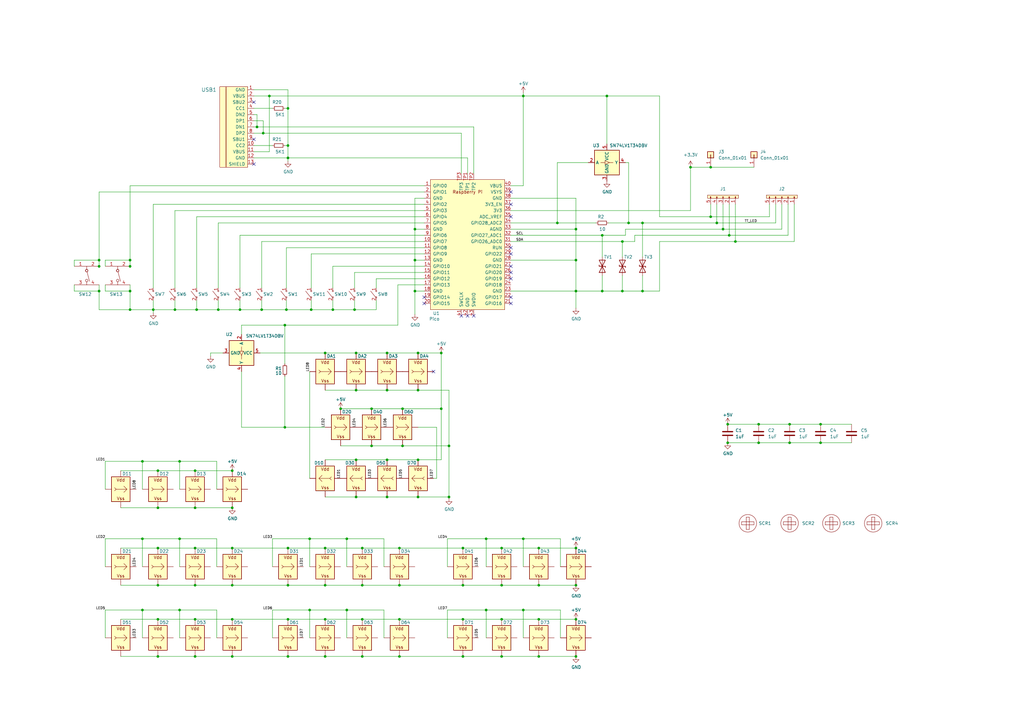
<source format=kicad_sch>
(kicad_sch (version 20230121) (generator eeschema)
  (paper "A3")
  (junction (at 220.98 240.03))
  (junction (at 127.635 127))
  (junction (at 236.22 240.03))
  (junction (at 163.83 269.24))
  (junction (at 107.95 54.61))
  (junction (at 299.085 96.52))
  (junction (at 214.63 39.37))
  (junction (at 247.015 119.38))
  (junction (at 205.74 240.03))
  (junction (at 133.35 224.79))
  (junction (at 189.865 240.03))
  (junction (at 98.425 127))
  (junction (at 184.15 203.835))
  (junction (at 146.05 160.02))
  (junction (at 205.74 269.24))
  (junction (at 148.59 269.24))
  (junction (at 58.42 220.98))
  (junction (at 118.11 240.03))
  (junction (at 53.34 119.38))
  (junction (at 40.64 106.68))
  (junction (at 80.01 269.24))
  (junction (at 64.77 254))
  (junction (at 146.05 203.835))
  (junction (at 171.45 203.835))
  (junction (at 247.015 96.52))
  (junction (at 158.75 188.595))
  (junction (at 323.85 173.99))
  (junction (at 283.21 68.58))
  (junction (at 64.77 240.03))
  (junction (at 71.755 127))
  (junction (at 298.45 181.61))
  (junction (at 163.83 254))
  (junction (at 158.75 144.78))
  (junction (at 180.975 144.78))
  (junction (at 107.315 127))
  (junction (at 80.01 224.79))
  (junction (at 139.7 167.64))
  (junction (at 323.85 181.61))
  (junction (at 199.39 220.98))
  (junction (at 171.45 188.595))
  (junction (at 158.75 160.02))
  (junction (at 95.25 224.79))
  (junction (at 148.59 254))
  (junction (at 152.4 167.64))
  (junction (at 62.865 127))
  (junction (at 116.84 175.26))
  (junction (at 170.18 119.38))
  (junction (at 133.35 240.03))
  (junction (at 110.49 39.37))
  (junction (at 142.24 250.19))
  (junction (at 117.475 127))
  (junction (at 58.42 189.23))
  (junction (at 248.92 39.37))
  (junction (at 163.83 240.03))
  (junction (at 118.11 64.77))
  (junction (at 296.545 93.98))
  (junction (at 255.27 119.38))
  (junction (at 53.34 127))
  (junction (at 255.27 99.06))
  (junction (at 236.22 269.24))
  (junction (at 133.35 254))
  (junction (at 148.59 240.03))
  (junction (at 145.415 127))
  (junction (at 298.45 173.99))
  (junction (at 80.01 240.03))
  (junction (at 189.865 269.24))
  (junction (at 127 250.19))
  (junction (at 80.01 254))
  (junction (at 73.66 220.98))
  (junction (at 118.11 254))
  (junction (at 64.77 208.28))
  (junction (at 294.005 91.44))
  (junction (at 95.25 208.28))
  (junction (at 301.625 99.06))
  (junction (at 73.66 250.19))
  (junction (at 311.15 173.99))
  (junction (at 95.25 193.04))
  (junction (at 116.84 133.35))
  (junction (at 236.22 254))
  (junction (at 89.535 127))
  (junction (at 189.865 254))
  (junction (at 199.39 250.19))
  (junction (at 257.81 91.44))
  (junction (at 133.35 269.24))
  (junction (at 95.25 240.03))
  (junction (at 220.98 254))
  (junction (at 205.74 224.79))
  (junction (at 80.645 127))
  (junction (at 165.1 182.88))
  (junction (at 152.4 182.88))
  (junction (at 189.865 224.79))
  (junction (at 336.55 173.99))
  (junction (at 263.525 119.38))
  (junction (at 142.24 220.98))
  (junction (at 148.59 224.79))
  (junction (at 118.11 59.69))
  (junction (at 170.18 106.68))
  (junction (at 95.25 269.24))
  (junction (at 80.01 208.28))
  (junction (at 163.83 224.79))
  (junction (at 291.465 68.58))
  (junction (at 53.34 109.22))
  (junction (at 64.77 193.04))
  (junction (at 40.64 109.22))
  (junction (at 118.11 44.45))
  (junction (at 205.74 254))
  (junction (at 136.525 127))
  (junction (at 165.1 167.64))
  (junction (at 158.75 203.835))
  (junction (at 146.05 188.595))
  (junction (at 73.66 189.23))
  (junction (at 80.01 193.04))
  (junction (at 40.64 119.38))
  (junction (at 180.975 167.64))
  (junction (at 311.15 181.61))
  (junction (at 170.18 93.98))
  (junction (at 133.35 144.78))
  (junction (at 336.55 181.61))
  (junction (at 214.63 220.98))
  (junction (at 146.05 144.78))
  (junction (at 214.63 250.19))
  (junction (at 58.42 250.19))
  (junction (at 291.465 88.9))
  (junction (at 220.98 269.24))
  (junction (at 64.77 224.79))
  (junction (at 118.11 269.24))
  (junction (at 228.6 91.44))
  (junction (at 171.45 144.78))
  (junction (at 53.34 106.68))
  (junction (at 263.525 91.44))
  (junction (at 236.22 106.68))
  (junction (at 220.98 224.79))
  (junction (at 236.22 93.98))
  (junction (at 127 220.98))
  (junction (at 64.77 269.24))
  (junction (at 184.15 182.88))
  (junction (at 105.41 52.07))
  (junction (at 95.25 254))
  (junction (at 171.45 160.02))
  (junction (at 236.22 224.79))
  (junction (at 236.22 119.38))
  (junction (at 118.11 224.79))
  (no_connect (at 173.99 121.92))
  (no_connect (at 194.31 129.54))
  (no_connect (at 104.14 67.31))
  (no_connect (at 104.14 41.91))
  (no_connect (at 104.14 57.15))
  (no_connect (at 209.55 101.6))
  (no_connect (at 209.55 104.14))
  (no_connect (at 209.55 109.22))
  (no_connect (at 209.55 111.76))
  (no_connect (at 209.55 114.3))
  (no_connect (at 209.55 78.74))
  (no_connect (at 209.55 83.82))
  (no_connect (at 209.55 88.9))
  (no_connect (at 177.8 152.4))
  (no_connect (at 191.77 129.54))
  (no_connect (at 189.23 129.54))
  (no_connect (at 173.99 124.46))
  (no_connect (at 209.55 121.92))
  (no_connect (at 209.55 124.46))
  (wire (pts (xy 257.81 91.44) (xy 263.525 91.44)))
  (wire (pts (xy 336.55 173.99) (xy 349.25 173.99)))
  (wire (pts (xy 118.11 36.83) (xy 118.11 44.45)))
  (wire (pts (xy 80.01 193.04) (xy 95.25 193.04)))
  (wire (pts (xy 118.11 224.79) (xy 133.35 224.79)))
  (wire (pts (xy 98.425 127) (xy 89.535 127)))
  (wire (pts (xy 170.18 81.28) (xy 170.18 93.98)))
  (wire (pts (xy 99.06 133.35) (xy 99.06 137.16)))
  (wire (pts (xy 336.55 181.61) (xy 349.25 181.61)))
  (wire (pts (xy 95.25 269.24) (xy 118.11 269.24)))
  (wire (pts (xy 146.05 144.78) (xy 158.75 144.78)))
  (wire (pts (xy 133.35 160.02) (xy 146.05 160.02)))
  (wire (pts (xy 142.24 220.98) (xy 142.24 232.41)))
  (wire (pts (xy 142.24 250.19) (xy 142.24 261.62)))
  (wire (pts (xy 263.525 91.44) (xy 294.005 91.44)))
  (wire (pts (xy 209.55 119.38) (xy 236.22 119.38)))
  (wire (pts (xy 173.99 91.44) (xy 89.535 91.44)))
  (wire (pts (xy 116.84 133.35) (xy 163.195 133.35)))
  (wire (pts (xy 189.865 224.79) (xy 205.74 224.79)))
  (wire (pts (xy 98.425 123.19) (xy 98.425 127)))
  (wire (pts (xy 107.315 123.19) (xy 107.315 127)))
  (wire (pts (xy 180.975 144.78) (xy 180.975 167.64)))
  (wire (pts (xy 142.24 250.19) (xy 157.48 250.19)))
  (wire (pts (xy 53.34 119.38) (xy 53.34 127)))
  (wire (pts (xy 104.14 52.07) (xy 105.41 52.07)))
  (wire (pts (xy 247.015 96.52) (xy 256.54 96.52)))
  (wire (pts (xy 95.25 224.79) (xy 118.11 224.79)))
  (wire (pts (xy 127 220.98) (xy 127 232.41)))
  (wire (pts (xy 110.49 62.23) (xy 110.49 39.37)))
  (wire (pts (xy 49.53 269.24) (xy 64.77 269.24)))
  (wire (pts (xy 260.35 96.52) (xy 260.35 99.06)))
  (wire (pts (xy 236.22 81.28) (xy 236.22 93.98)))
  (wire (pts (xy 58.42 189.23) (xy 58.42 200.66)))
  (wire (pts (xy 283.21 86.36) (xy 283.21 68.58)))
  (wire (pts (xy 179.07 175.26) (xy 179.07 196.215)))
  (wire (pts (xy 111.76 250.19) (xy 111.76 261.62)))
  (wire (pts (xy 80.01 269.24) (xy 95.25 269.24)))
  (wire (pts (xy 127 250.19) (xy 127 261.62)))
  (wire (pts (xy 73.66 250.19) (xy 73.66 261.62)))
  (wire (pts (xy 180.975 167.64) (xy 180.975 188.595)))
  (wire (pts (xy 40.64 78.74) (xy 40.64 106.68)))
  (wire (pts (xy 220.98 254) (xy 236.22 254)))
  (wire (pts (xy 117.475 123.19) (xy 117.475 127)))
  (wire (pts (xy 257.81 66.675) (xy 257.81 91.44)))
  (wire (pts (xy 173.99 96.52) (xy 98.425 96.52)))
  (wire (pts (xy 98.425 96.52) (xy 98.425 118.11)))
  (wire (pts (xy 30.48 106.68) (xy 40.64 106.68)))
  (wire (pts (xy 255.27 99.06) (xy 260.35 99.06)))
  (wire (pts (xy 255.27 113.03) (xy 255.27 119.38)))
  (wire (pts (xy 199.39 220.98) (xy 183.515 220.98)))
  (wire (pts (xy 58.42 250.19) (xy 73.66 250.19)))
  (wire (pts (xy 58.42 189.23) (xy 73.66 189.23)))
  (wire (pts (xy 220.98 269.24) (xy 236.22 269.24)))
  (wire (pts (xy 146.05 160.02) (xy 158.75 160.02)))
  (wire (pts (xy 49.53 254) (xy 64.77 254)))
  (wire (pts (xy 58.42 220.98) (xy 58.42 232.41)))
  (wire (pts (xy 189.23 54.61) (xy 107.95 54.61)))
  (wire (pts (xy 80.01 254) (xy 95.25 254)))
  (wire (pts (xy 171.45 203.835) (xy 184.15 203.835)))
  (wire (pts (xy 80.01 208.28) (xy 95.25 208.28)))
  (wire (pts (xy 163.83 254) (xy 189.865 254)))
  (wire (pts (xy 173.99 99.06) (xy 107.315 99.06)))
  (wire (pts (xy 291.465 88.9) (xy 270.51 88.9)))
  (wire (pts (xy 263.525 113.03) (xy 263.525 119.38)))
  (wire (pts (xy 255.27 99.06) (xy 255.27 105.41)))
  (wire (pts (xy 228.6 66.675) (xy 241.3 66.675)))
  (wire (pts (xy 189.865 254) (xy 205.74 254)))
  (wire (pts (xy 80.01 224.79) (xy 95.25 224.79)))
  (wire (pts (xy 209.55 91.44) (xy 228.6 91.44)))
  (wire (pts (xy 127 250.19) (xy 111.76 250.19)))
  (wire (pts (xy 325.755 99.06) (xy 325.755 83.82)))
  (wire (pts (xy 318.135 91.44) (xy 294.005 91.44)))
  (wire (pts (xy 171.45 160.02) (xy 184.15 160.02)))
  (wire (pts (xy 189.865 269.24) (xy 205.74 269.24)))
  (wire (pts (xy 73.66 250.19) (xy 88.9 250.19)))
  (wire (pts (xy 49.53 208.28) (xy 64.77 208.28)))
  (wire (pts (xy 255.27 119.38) (xy 263.525 119.38)))
  (wire (pts (xy 49.53 240.03) (xy 64.77 240.03)))
  (wire (pts (xy 173.99 109.22) (xy 136.525 109.22)))
  (wire (pts (xy 299.085 83.82) (xy 299.085 96.52)))
  (wire (pts (xy 170.18 93.98) (xy 170.18 106.68)))
  (wire (pts (xy 311.15 173.99) (xy 323.85 173.99)))
  (wire (pts (xy 62.865 83.82) (xy 62.865 118.11)))
  (wire (pts (xy 236.22 119.38) (xy 236.22 126.365)))
  (wire (pts (xy 173.99 78.74) (xy 40.64 78.74)))
  (wire (pts (xy 209.55 86.36) (xy 283.21 86.36)))
  (wire (pts (xy 30.48 119.38) (xy 40.64 119.38)))
  (wire (pts (xy 133.35 224.79) (xy 148.59 224.79)))
  (wire (pts (xy 158.75 203.835) (xy 171.45 203.835)))
  (wire (pts (xy 171.45 144.78) (xy 180.975 144.78)))
  (wire (pts (xy 154.305 114.3) (xy 154.305 118.11)))
  (wire (pts (xy 58.42 250.19) (xy 43.18 250.19)))
  (wire (pts (xy 62.865 123.19) (xy 62.865 127)))
  (wire (pts (xy 146.05 203.835) (xy 158.75 203.835)))
  (wire (pts (xy 205.74 269.24) (xy 220.98 269.24)))
  (wire (pts (xy 315.595 88.9) (xy 291.465 88.9)))
  (wire (pts (xy 88.9 189.23) (xy 88.9 200.66)))
  (wire (pts (xy 248.92 59.055) (xy 248.92 39.37)))
  (wire (pts (xy 157.48 220.98) (xy 157.48 232.41)))
  (wire (pts (xy 127.635 123.19) (xy 127.635 127)))
  (wire (pts (xy 163.83 224.79) (xy 189.865 224.79)))
  (wire (pts (xy 105.41 46.99) (xy 105.41 52.07)))
  (wire (pts (xy 30.48 109.22) (xy 30.48 106.68)))
  (wire (pts (xy 165.1 167.64) (xy 180.975 167.64)))
  (wire (pts (xy 73.66 220.98) (xy 73.66 232.41)))
  (wire (pts (xy 194.31 52.07) (xy 105.41 52.07)))
  (wire (pts (xy 171.45 188.595) (xy 180.975 188.595)))
  (wire (pts (xy 256.54 93.98) (xy 296.545 93.98)))
  (wire (pts (xy 71.755 127) (xy 62.865 127)))
  (wire (pts (xy 107.315 99.06) (xy 107.315 118.11)))
  (wire (pts (xy 165.1 182.88) (xy 184.15 182.88)))
  (wire (pts (xy 184.15 203.835) (xy 184.15 204.47)))
  (wire (pts (xy 199.39 250.19) (xy 199.39 261.62)))
  (wire (pts (xy 248.92 39.37) (xy 270.51 39.37)))
  (wire (pts (xy 133.35 254) (xy 148.59 254)))
  (wire (pts (xy 80.01 240.03) (xy 95.25 240.03)))
  (wire (pts (xy 323.85 181.61) (xy 336.55 181.61)))
  (wire (pts (xy 163.83 269.24) (xy 189.865 269.24)))
  (wire (pts (xy 199.39 250.19) (xy 214.63 250.19)))
  (wire (pts (xy 296.545 93.98) (xy 320.675 93.98)))
  (wire (pts (xy 220.98 240.03) (xy 236.22 240.03)))
  (wire (pts (xy 171.45 175.26) (xy 179.07 175.26)))
  (wire (pts (xy 199.39 250.19) (xy 183.515 250.19)))
  (wire (pts (xy 104.14 64.77) (xy 118.11 64.77)))
  (wire (pts (xy 107.95 49.53) (xy 107.95 54.61)))
  (wire (pts (xy 301.625 99.06) (xy 301.625 83.82)))
  (wire (pts (xy 236.22 119.38) (xy 247.015 119.38)))
  (wire (pts (xy 40.64 109.22) (xy 40.64 109.855)))
  (wire (pts (xy 315.595 83.82) (xy 315.595 88.9)))
  (wire (pts (xy 40.64 119.38) (xy 40.64 127)))
  (wire (pts (xy 194.31 71.12) (xy 194.31 52.07)))
  (wire (pts (xy 183.515 220.98) (xy 183.515 232.41)))
  (wire (pts (xy 116.84 154.305) (xy 116.84 175.26)))
  (wire (pts (xy 214.63 250.19) (xy 229.87 250.19)))
  (wire (pts (xy 58.42 220.98) (xy 73.66 220.98)))
  (wire (pts (xy 228.6 91.44) (xy 244.475 91.44)))
  (wire (pts (xy 127 220.98) (xy 142.24 220.98)))
  (wire (pts (xy 133.35 269.24) (xy 148.59 269.24)))
  (wire (pts (xy 71.755 123.19) (xy 71.755 127)))
  (wire (pts (xy 136.525 127) (xy 127.635 127)))
  (wire (pts (xy 136.525 109.22) (xy 136.525 118.11)))
  (wire (pts (xy 191.77 71.12) (xy 191.77 64.77)))
  (wire (pts (xy 173.99 88.9) (xy 80.645 88.9)))
  (wire (pts (xy 199.39 220.98) (xy 214.63 220.98)))
  (wire (pts (xy 117.475 127) (xy 107.315 127)))
  (wire (pts (xy 40.64 127) (xy 53.34 127)))
  (wire (pts (xy 173.99 83.82) (xy 62.865 83.82)))
  (wire (pts (xy 111.76 220.98) (xy 111.76 232.41)))
  (wire (pts (xy 296.545 83.82) (xy 296.545 93.98)))
  (wire (pts (xy 184.15 182.88) (xy 184.15 203.835)))
  (wire (pts (xy 199.39 220.98) (xy 199.39 232.41)))
  (wire (pts (xy 148.59 254) (xy 163.83 254)))
  (wire (pts (xy 139.7 167.64) (xy 152.4 167.64)))
  (wire (pts (xy 95.25 254) (xy 118.11 254)))
  (wire (pts (xy 205.74 254) (xy 220.98 254)))
  (wire (pts (xy 99.06 175.26) (xy 116.84 175.26)))
  (wire (pts (xy 64.77 240.03) (xy 80.01 240.03)))
  (wire (pts (xy 106.68 144.78) (xy 133.35 144.78)))
  (wire (pts (xy 220.98 224.79) (xy 236.22 224.79)))
  (wire (pts (xy 133.35 188.595) (xy 146.05 188.595)))
  (wire (pts (xy 205.74 240.03) (xy 220.98 240.03)))
  (wire (pts (xy 104.14 62.23) (xy 110.49 62.23)))
  (wire (pts (xy 260.35 96.52) (xy 299.085 96.52)))
  (wire (pts (xy 110.49 39.37) (xy 214.63 39.37)))
  (wire (pts (xy 127 250.19) (xy 142.24 250.19)))
  (wire (pts (xy 183.515 250.19) (xy 183.515 261.62)))
  (wire (pts (xy 117.475 101.6) (xy 117.475 118.11)))
  (wire (pts (xy 145.415 123.19) (xy 145.415 127)))
  (wire (pts (xy 104.14 54.61) (xy 107.95 54.61)))
  (wire (pts (xy 270.51 99.06) (xy 301.625 99.06)))
  (wire (pts (xy 291.465 83.82) (xy 291.465 88.9)))
  (wire (pts (xy 158.75 144.78) (xy 171.45 144.78)))
  (wire (pts (xy 43.18 220.98) (xy 43.18 232.41)))
  (wire (pts (xy 127 220.98) (xy 111.76 220.98)))
  (wire (pts (xy 173.99 104.14) (xy 127.635 104.14)))
  (wire (pts (xy 73.66 189.23) (xy 73.66 200.66)))
  (wire (pts (xy 158.75 160.02) (xy 171.45 160.02)))
  (wire (pts (xy 173.99 86.36) (xy 71.755 86.36)))
  (wire (pts (xy 104.14 59.69) (xy 111.76 59.69)))
  (wire (pts (xy 80.645 88.9) (xy 80.645 118.11)))
  (wire (pts (xy 30.48 116.84) (xy 30.48 119.38)))
  (wire (pts (xy 229.87 220.98) (xy 229.87 232.41)))
  (wire (pts (xy 64.77 254) (xy 80.01 254)))
  (wire (pts (xy 214.63 220.98) (xy 229.87 220.98)))
  (wire (pts (xy 205.74 224.79) (xy 220.98 224.79)))
  (wire (pts (xy 118.11 269.24) (xy 133.35 269.24)))
  (wire (pts (xy 148.59 240.03) (xy 163.83 240.03)))
  (wire (pts (xy 189.23 71.12) (xy 189.23 54.61)))
  (wire (pts (xy 170.18 106.68) (xy 170.18 119.38)))
  (wire (pts (xy 104.14 44.45) (xy 111.76 44.45)))
  (wire (pts (xy 256.54 96.52) (xy 256.54 93.98)))
  (wire (pts (xy 179.07 196.215) (xy 177.8 196.215)))
  (wire (pts (xy 49.53 193.04) (xy 64.77 193.04)))
  (wire (pts (xy 118.11 59.69) (xy 116.84 59.69)))
  (wire (pts (xy 62.865 127) (xy 62.865 128.27)))
  (wire (pts (xy 191.77 64.77) (xy 118.11 64.77)))
  (wire (pts (xy 53.34 119.38) (xy 53.34 116.84)))
  (wire (pts (xy 184.15 160.02) (xy 184.15 182.88)))
  (wire (pts (xy 89.535 127) (xy 80.645 127)))
  (wire (pts (xy 148.59 224.79) (xy 163.83 224.79)))
  (wire (pts (xy 116.84 175.26) (xy 133.35 175.26)))
  (wire (pts (xy 104.14 36.83) (xy 118.11 36.83)))
  (wire (pts (xy 104.14 39.37) (xy 110.49 39.37)))
  (wire (pts (xy 323.85 173.99) (xy 336.55 173.99)))
  (wire (pts (xy 43.18 116.84) (xy 43.18 119.38)))
  (wire (pts (xy 173.99 111.76) (xy 145.415 111.76)))
  (wire (pts (xy 133.35 240.03) (xy 148.59 240.03)))
  (wire (pts (xy 127 152.4) (xy 127 196.215)))
  (wire (pts (xy 40.64 106.68) (xy 40.64 109.22)))
  (wire (pts (xy 107.315 127) (xy 98.425 127)))
  (wire (pts (xy 43.18 119.38) (xy 53.34 119.38)))
  (wire (pts (xy 53.34 106.68) (xy 53.34 109.22)))
  (wire (pts (xy 173.99 81.28) (xy 170.18 81.28)))
  (wire (pts (xy 170.18 119.38) (xy 173.99 119.38)))
  (wire (pts (xy 320.675 93.98) (xy 320.675 83.82)))
  (wire (pts (xy 214.63 220.98) (xy 214.63 232.41)))
  (wire (pts (xy 236.22 106.68) (xy 236.22 119.38)))
  (wire (pts (xy 142.24 220.98) (xy 157.48 220.98)))
  (wire (pts (xy 270.51 99.06) (xy 270.51 119.38)))
  (wire (pts (xy 118.11 240.03) (xy 133.35 240.03)))
  (wire (pts (xy 301.625 99.06) (xy 325.755 99.06)))
  (wire (pts (xy 127.635 104.14) (xy 127.635 118.11)))
  (wire (pts (xy 88.9 220.98) (xy 88.9 232.41)))
  (wire (pts (xy 249.555 91.44) (xy 257.81 91.44)))
  (wire (pts (xy 158.75 188.595) (xy 171.45 188.595)))
  (wire (pts (xy 71.755 86.36) (xy 71.755 118.11)))
  (wire (pts (xy 247.015 113.03) (xy 247.015 119.38)))
  (wire (pts (xy 58.42 220.98) (xy 43.18 220.98)))
  (wire (pts (xy 91.44 144.78) (xy 86.36 144.78)))
  (wire (pts (xy 53.34 76.2) (xy 53.34 106.68)))
  (wire (pts (xy 247.015 96.52) (xy 247.015 105.41)))
  (wire (pts (xy 80.645 127) (xy 71.755 127)))
  (wire (pts (xy 89.535 91.44) (xy 89.535 118.11)))
  (wire (pts (xy 209.55 81.28) (xy 236.22 81.28)))
  (wire (pts (xy 154.305 127) (xy 145.415 127)))
  (wire (pts (xy 64.77 269.24) (xy 80.01 269.24)))
  (wire (pts (xy 173.99 114.3) (xy 154.305 114.3)))
  (wire (pts (xy 247.015 119.38) (xy 255.27 119.38)))
  (wire (pts (xy 323.215 96.52) (xy 323.215 83.82)))
  (wire (pts (xy 209.55 106.68) (xy 236.22 106.68)))
  (wire (pts (xy 209.55 96.52) (xy 247.015 96.52)))
  (wire (pts (xy 40.64 119.38) (xy 40.64 116.84)))
  (wire (pts (xy 118.11 44.45) (xy 118.11 59.69)))
  (wire (pts (xy 163.83 240.03) (xy 189.865 240.03)))
  (wire (pts (xy 43.18 189.23) (xy 43.18 200.66)))
  (wire (pts (xy 236.22 93.98) (xy 236.22 106.68)))
  (wire (pts (xy 43.18 109.22) (xy 43.18 106.68)))
  (wire (pts (xy 136.525 123.19) (xy 136.525 127)))
  (wire (pts (xy 118.11 64.77) (xy 118.11 66.04)))
  (wire (pts (xy 311.15 181.61) (xy 323.85 181.61)))
  (wire (pts (xy 214.63 39.37) (xy 248.92 39.37)))
  (wire (pts (xy 145.415 111.76) (xy 145.415 118.11)))
  (wire (pts (xy 173.99 101.6) (xy 117.475 101.6)))
  (wire (pts (xy 53.34 127) (xy 62.865 127)))
  (wire (pts (xy 49.53 224.79) (xy 64.77 224.79)))
  (wire (pts (xy 298.45 181.61) (xy 311.15 181.61)))
  (wire (pts (xy 53.34 109.22) (xy 53.34 109.855)))
  (wire (pts (xy 86.36 144.78) (xy 86.36 146.05)))
  (wire (pts (xy 229.87 250.19) (xy 229.87 261.62)))
  (wire (pts (xy 148.59 269.24) (xy 163.83 269.24)))
  (wire (pts (xy 209.55 93.98) (xy 236.22 93.98)))
  (wire (pts (xy 163.195 116.84) (xy 163.195 133.35)))
  (wire (pts (xy 283.21 68.58) (xy 291.465 68.58)))
  (wire (pts (xy 58.42 250.19) (xy 58.42 261.62)))
  (wire (pts (xy 270.51 39.37) (xy 270.51 88.9)))
  (wire (pts (xy 291.465 68.58) (xy 309.245 68.58)))
  (wire (pts (xy 209.55 99.06) (xy 255.27 99.06)))
  (wire (pts (xy 73.66 220.98) (xy 88.9 220.98)))
  (wire (pts (xy 270.51 119.38) (xy 263.525 119.38)))
  (wire (pts (xy 64.77 224.79) (xy 80.01 224.79)))
  (wire (pts (xy 228.6 91.44) (xy 228.6 66.675)))
  (wire (pts (xy 214.63 39.37) (xy 214.63 38.1)))
  (wire (pts (xy 299.085 96.52) (xy 323.215 96.52)))
  (wire (pts (xy 139.7 182.88) (xy 152.4 182.88)))
  (wire (pts (xy 64.77 193.04) (xy 80.01 193.04)))
  (wire (pts (xy 104.14 49.53) (xy 107.95 49.53)))
  (wire (pts (xy 118.11 59.69) (xy 118.11 64.77)))
  (wire (pts (xy 318.135 83.82) (xy 318.135 91.44)))
  (wire (pts (xy 43.18 250.19) (xy 43.18 261.62)))
  (wire (pts (xy 294.005 83.82) (xy 294.005 91.44)))
  (wire (pts (xy 73.66 189.23) (xy 88.9 189.23)))
  (wire (pts (xy 99.06 152.4) (xy 99.06 175.26)))
  (wire (pts (xy 214.63 250.19) (xy 214.63 261.62)))
  (wire (pts (xy 89.535 123.19) (xy 89.535 127)))
  (wire (pts (xy 43.18 106.68) (xy 53.34 106.68)))
  (wire (pts (xy 99.06 133.35) (xy 116.84 133.35)))
  (wire (pts (xy 173.99 116.84) (xy 163.195 116.84)))
  (wire (pts (xy 154.305 123.19) (xy 154.305 127)))
  (wire (pts (xy 256.54 66.675) (xy 257.81 66.675)))
  (wire (pts (xy 118.11 254) (xy 133.35 254)))
  (wire (pts (xy 104.14 46.99) (xy 105.41 46.99)))
  (wire (pts (xy 170.18 93.98) (xy 173.99 93.98)))
  (wire (pts (xy 133.35 144.78) (xy 146.05 144.78)))
  (wire (pts (xy 152.4 167.64) (xy 165.1 167.64)))
  (wire (pts (xy 189.865 240.03) (xy 205.74 240.03)))
  (wire (pts (xy 118.11 44.45) (xy 116.84 44.45)))
  (wire (pts (xy 209.55 76.2) (xy 214.63 76.2)))
  (wire (pts (xy 43.18 189.23) (xy 58.42 189.23)))
  (wire (pts (xy 152.4 182.88) (xy 165.1 182.88)))
  (wire (pts (xy 95.25 240.03) (xy 118.11 240.03)))
  (wire (pts (xy 173.99 76.2) (xy 53.34 76.2)))
  (wire (pts (xy 146.05 188.595) (xy 158.75 188.595)))
  (wire (pts (xy 214.63 39.37) (xy 214.63 76.2)))
  (wire (pts (xy 170.18 119.38) (xy 170.18 128.905)))
  (wire (pts (xy 127.635 127) (xy 117.475 127)))
  (wire (pts (xy 170.18 106.68) (xy 173.99 106.68)))
  (wire (pts (xy 298.45 173.99) (xy 311.15 173.99)))
  (wire (pts (xy 145.415 127) (xy 136.525 127)))
  (wire (pts (xy 133.35 203.835) (xy 146.05 203.835)))
  (wire (pts (xy 64.77 208.28) (xy 80.01 208.28)))
  (wire (pts (xy 263.525 91.44) (xy 263.525 105.41)))
  (wire (pts (xy 88.9 250.19) (xy 88.9 261.62)))
  (wire (pts (xy 116.84 133.35) (xy 116.84 149.225)))
  (wire (pts (xy 80.645 123.19) (xy 80.645 127)))
  (wire (pts (xy 157.48 250.19) (xy 157.48 261.62)))
  (label "LED6" (at 158.75 175.26 90) (effects (font (size 1 1))))
  (label "LED1" (at 139.7 196.215 90) (effects (font (size 1 1))))
  (label "LED4" (at 146.05 175.26 90) (effects (font (size 1 1))))
  (label "LED2" (at 133.35 175.26 90) (effects (font (size 1 1))))
  (label "LED7" (at 183.515 250.19 180) (effects (font (size 1 1))))
  (label "LED1" (at 124.46 232.41 90) (effects (font (size 1 1))))
  (label "LED8" (at 55.88 200.66 90) (effects (font (size 1 1))))
  (label "SCL" (at 214.63 96.52 180) (effects (font (size 1 1))))
  (label "LED2" (at 43.18 220.98 180) (effects (font (size 1 1))))
  (label "LED8" (at 127 152.4 90) (effects (font (size 1 1))))
  (label "LED3" (at 55.88 261.62 90) (effects (font (size 1 1))))
  (label "LED7" (at 177.8 196.215 90) (effects (font (size 1 1))))
  (label "LED6" (at 111.76 250.19 180) (effects (font (size 1 1))))
  (label "LED6" (at 196.215 232.41 90) (effects (font (size 1 1))))
  (label "SDA" (at 214.63 99.06 180) (effects (font (size 1 1))))
  (label "LED3" (at 111.76 220.98 180) (effects (font (size 1 1))))
  (label "LED4" (at 183.515 220.98 180) (effects (font (size 1 1))))
  (label "TT_LED" (at 310.515 91.44 180) (effects (font (size 1 1))))
  (label "LED3" (at 152.4 196.215 90) (effects (font (size 1 1))))
  (label "LED7" (at 124.46 261.62 90) (effects (font (size 1 1))))
  (label "LED5" (at 43.18 250.19 180) (effects (font (size 1 1))))
  (label "LED5" (at 165.1 196.215 90) (effects (font (size 1 1))))
  (label "LED5" (at 196.215 261.62 90) (effects (font (size 1 1))))
  (label "LED4" (at 55.88 232.41 90) (effects (font (size 1 1))))
  (label "LED1" (at 43.18 189.23 180) (effects (font (size 1 1))))
  (symbol (lib_id "MCU_RaspberryPi_and_Boards:Pico") (at 191.77 100.33 0) (unit 1)
    (property "Reference" "U1" (at 180.34 128.4986 0) (effects (justify right)))
    (property "Value" "Pico" (at 180.34 130.81 0) (effects (justify right)))
    (property "Footprint" "MCU_RaspberryPi_and_Boards:RPi_Pico_SMD" (effects hide))
  )
  (symbol (lib_id "Type-C:HRO-TYPE-C-31-M-12") (at 101.6 50.8 0) (unit 1)
    (property "Reference" "USB1" (at 82.55 36.83 0) (effects (font (size 1.524 1.524)) (justify left)))
    (property "Value" "U262-161N-4BVC11" (effects hide))
    (property "Footprint" "Type-C:HRO-TYPE-C-31-M-12-Assembly" (effects hide))
    (property "LCSC" "C319148" (effects hide))
  )
  (symbol (lib_id "power:GND") (at 118.11 66.04 0) (unit 1)
    (property "Reference" "#PWR0112" (effects hide))
    (property "Value" "GND" (at 118.237 70.4342 0))
  )
  (symbol (lib_id "power:+5V") (at 214.63 38.1 0) (unit 1)
    (property "Reference" "#PWR0114" (effects hide))
    (property "Value" "+5V" (at 214.63 34.29 0))
  )
  (symbol (lib_id "Device:R_Small") (at 114.3 59.69 90) (unit 1)
    (property "Reference" "R21" (at 115.57 57.15 90) (effects (justify left)))
    (property "Value" "5K1" (at 116.84 62.23 90) (effects (justify left)))
    (property "Footprint" "Resistor_SMD:R_0603_1608Metric" (effects hide))
    (property "LCSC" "C23186" (effects hide))
  )
  (symbol (lib_id "Device:R_Small") (at 114.3 44.45 90) (unit 1)
    (property "Reference" "R20" (at 115.57 41.91 90) (effects (justify left)))
    (property "Value" "5K1" (at 116.84 46.99 90) (effects (justify left)))
    (property "Footprint" "Resistor_SMD:R_0603_1608Metric" (effects hide))
    (property "LCSC" "C23186" (effects hide))
  )
  (symbol (lib_id "Device:R_Small") (at 116.84 151.765 180) (unit 1)
    (property "Reference" "R1" (at 115.57 151.13 0) (effects (justify left)))
    (property "Value" "10" (at 115.57 153.035 0) (effects (justify left)))
    (property "Footprint" "Resistor_SMD:R_0603_1608Metric" (effects hide))
    (property "LCSC" "C23186" (effects hide))
  )
  (symbol (lib_id "power:GND") (at 86.36 146.05 0) (unit 1)
    (property "Reference" "#PWR0118" (effects hide))
    (property "Value" "GND" (at 86.487 150.4442 0))
  )
  (symbol (lib_name "WS2812B_Unified_10") (lib_id "iidx_pico:WS2812B_Unified") (at 189.865 261.62 0) (unit 1)
    (property "Reference" "D71" (at 192.405 255.27 0))
    (property "Value" "WS2812B_Unified" (effects hide))
    (property "Footprint" "iidx_pico:WS2812B-1615" (effects hide))
  )
  (symbol (lib_name "WS2812B_Unified_6") (lib_id "iidx_pico:WS2812B_Unified") (at 80.01 261.62 0) (unit 1)
    (property "Reference" "D53" (at 82.55 255.27 0))
    (property "Value" "WS2812B_Unified" (effects hide))
    (property "Footprint" "iidx_pico:WS2812B-1615" (effects hide))
  )
  (symbol (lib_name "WS2812B_Unified_6") (lib_id "iidx_pico:WS2812B_Unified") (at 236.22 261.62 0) (unit 1)
    (property "Reference" "D74" (at 238.76 255.27 0))
    (property "Value" "WS2812B_Unified" (effects hide))
    (property "Footprint" "iidx_pico:WS2812B-1615" (effects hide))
  )
  (symbol (lib_id "Connector_Generic:Conn_01x01") (at 291.465 63.5 90) (unit 1)
    (property "Reference" "J3" (at 294.64 62.23 90) (effects (justify right)))
    (property "Value" "Conn_01x01" (at 294.64 64.77 90) (effects (justify right)))
    (property "Footprint" "iidx_pico:Solder_1P" (effects hide))
  )
  (symbol (lib_name "WS2812B_Unified_6") (lib_id "iidx_pico:WS2812B_Unified") (at 189.865 232.41 0) (unit 1)
    (property "Reference" "D41" (at 192.405 226.06 0))
    (property "Value" "WS2812B_Unified" (effects hide))
    (property "Footprint" "iidx_pico:WS2812B-1615" (effects hide))
  )
  (symbol (lib_name "WS2812B_Unified_6") (lib_id "iidx_pico:WS2812B_Unified") (at 205.74 261.62 0) (unit 1)
    (property "Reference" "D72" (at 208.28 255.27 0))
    (property "Value" "WS2812B_Unified" (effects hide))
    (property "Footprint" "iidx_pico:WS2812B-1615" (effects hide))
  )
  (symbol (lib_id "iidx_pico:Tact_4pin") (at 35.56 113.03 0) (unit 1)
    (property "Reference" "SW12" (at 34.925 120.65 0))
    (property "Value" "Tact_4pin" (effects hide))
    (property "Footprint" "iidx_pico:EVQP1K05M" (effects hide))
    (property "LCSC" "C231726" (effects hide))
  )
  (symbol (lib_name "WS2812B_Unified_6") (lib_id "iidx_pico:WS2812B_Unified") (at 64.77 200.66 0) (unit 1)
    (property "Reference" "D12" (at 67.31 194.31 0))
    (property "Value" "WS2812B_Unified" (effects hide))
    (property "Footprint" "iidx_pico:WS2812B-1615" (effects hide))
  )
  (symbol (lib_id "agg:SWITCH_SPST") (at 107.315 120.65 90) (unit 1)
    (property "Reference" "SW2" (at 107.95 120.65 90) (effects (justify right)))
    (property "Value" "SWITCH_SPST" (effects hide))
    (property "Footprint" "iidx_pico:SW_Kailh_Choc_V1V2_IIDX" (effects hide))
  )
  (symbol (lib_id "Device:C") (at 298.45 177.8 0) (unit 1)
    (property "Reference" "C1" (at 301.625 176.5299 0) (effects (justify left)))
    (property "Value" "1uF" (at 301.625 179.0699 0) (effects (justify left)))
    (property "Footprint" "Capacitor_SMD:C_0805_2012Metric" (effects hide))
  )
  (symbol (lib_id "Device:C") (at 336.55 177.8 0) (unit 1)
    (property "Reference" "C4" (at 340.36 176.5299 0) (effects (justify left)))
    (property "Value" "1uF" (at 340.36 179.0699 0) (effects (justify left)))
    (property "Footprint" "Capacitor_SMD:C_0805_2012Metric" (effects hide))
  )
  (symbol (lib_name "WS2812B_Unified_7") (lib_id "iidx_pico:WS2812B_Unified") (at 146.05 152.4 0) (unit 1)
    (property "Reference" "DA2" (at 148.59 146.05 0))
    (property "Value" "WS2812B_Unified" (effects hide))
    (property "Footprint" "iidx_pico:WS2812B-2835" (effects hide))
  )
  (symbol (lib_name "WS2812B_Unified_3") (lib_id "iidx_pico:WS2812B_Unified") (at 139.7 175.26 0) (unit 1)
    (property "Reference" "D20" (at 142.24 168.91 0))
    (property "Value" "WS2812B_Unified" (effects hide))
    (property "Footprint" "iidx_pico:WS2812B-2835" (effects hide))
  )
  (symbol (lib_name "WS2812B_Unified_8") (lib_id "iidx_pico:WS2812B_Unified") (at 133.35 152.4 0) (unit 1)
    (property "Reference" "DA1" (at 135.89 146.05 0))
    (property "Value" "WS2812B_Unified" (effects hide))
    (property "Footprint" "iidx_pico:WS2812B-2835" (effects hide))
  )
  (symbol (lib_id "power:+5V") (at 298.45 173.99 0) (unit 1)
    (property "Reference" "#PWR0113" (effects hide))
    (property "Value" "+5V" (at 298.45 170.18 0))
  )
  (symbol (lib_id "power:GND") (at 298.45 181.61 0) (unit 1)
    (property "Reference" "#PWR0116" (effects hide))
    (property "Value" "GND" (at 298.577 186.0042 0))
  )
  (symbol (lib_name "WS2812B_Unified_6") (lib_id "iidx_pico:WS2812B_Unified") (at 163.83 232.41 0) (unit 1)
    (property "Reference" "D34" (at 166.37 226.06 0))
    (property "Value" "WS2812B_Unified" (effects hide))
    (property "Footprint" "iidx_pico:WS2812B-1615" (effects hide))
  )
  (symbol (lib_id "power:GND") (at 236.22 126.365 0) (unit 1)
    (property "Reference" "#PWR0103" (effects hide))
    (property "Value" "GND" (at 236.347 130.7592 0))
  )
  (symbol (lib_name "WS2812B_Unified_6") (lib_id "iidx_pico:WS2812B_Unified") (at 133.35 196.215 0) (mirror y) (unit 1)
    (property "Reference" "D10" (at 130.81 189.865 0))
    (property "Value" "WS2812B_Unified" (effects hide))
    (property "Footprint" "iidx_pico:WS2812B-2835" (effects hide))
  )
  (symbol (lib_id "agg:CONN_01x05") (at 325.755 81.28 270) (unit 1)
    (property "Reference" "J2" (at 320.675 77.47 90))
    (property "Value" "CONN_01x05" (effects hide))
    (property "Footprint" "iidx_pico:Pogo_5P_Female" (effects hide))
  )
  (symbol (lib_id "Device:C") (at 323.85 177.8 0) (unit 1)
    (property "Reference" "C3" (at 327.66 176.5299 0) (effects (justify left)))
    (property "Value" "1uF" (at 327.66 179.0699 0) (effects (justify left)))
    (property "Footprint" "Capacitor_SMD:C_0805_2012Metric" (effects hide))
  )
  (symbol (lib_id "power:+5V") (at 139.7 167.64 0) (unit 1)
    (property "Reference" "#PWR0115" (effects hide))
    (property "Value" "+5V" (at 139.7 163.83 0))
  )
  (symbol (lib_id "power:+5V") (at 236.22 254 0) (unit 1)
    (property "Reference" "#PWR0107" (effects hide))
    (property "Value" "+5V" (at 236.22 250.19 0))
  )
  (symbol (lib_id "iidx_pico:ScrewHole") (at 323.85 214.63 0) (unit 1)
    (property "Reference" "SCR2" (at 328.93 214.6299 0) (effects (justify left)))
    (property "Value" "ScrewHole" (effects hide))
    (property "Footprint" "iidx_pico:MountingHole_3.2mm_M3" (effects hide))
  )
  (symbol (lib_id "Logic_LevelTranslator:SN74LV1T34DBV") (at 248.92 66.675 0) (unit 1)
    (property "Reference" "U3" (at 244.475 59.69 0))
    (property "Value" "SN74LV1T34DBV" (at 257.81 59.69 0))
    (property "Footprint" "iidx_pico:SOT-23-5_Jumper" (effects hide))
    (property "Datasheet" "https://www.ti.com/lit/ds/symlink/sn74lv1t34.pdf" (effects hide))
  )
  (symbol (lib_name "WS2812B_Unified_6") (lib_id "iidx_pico:WS2812B_Unified") (at 236.22 232.41 0) (unit 1)
    (property "Reference" "D44" (at 238.76 226.06 0))
    (property "Value" "WS2812B_Unified" (effects hide))
    (property "Footprint" "iidx_pico:WS2812B-1615" (effects hide))
  )
  (symbol (lib_id "Device:D_TVS") (at 255.27 109.22 90) (unit 1)
    (property "Reference" "TV2" (at 255.905 105.41 90) (effects (justify right)))
    (property "Value" "D_TVS" (effects hide))
    (property "Footprint" "Diode_SMD:D_SOD-323_HandSoldering" (effects hide))
  )
  (symbol (lib_name "WS2812B_Unified_6") (lib_id "iidx_pico:WS2812B_Unified") (at 148.59 261.62 0) (unit 1)
    (property "Reference" "D63" (at 151.13 255.27 0))
    (property "Value" "WS2812B_Unified" (effects hide))
    (property "Footprint" "iidx_pico:WS2812B-1615" (effects hide))
  )
  (symbol (lib_id "agg:SWITCH_SPST") (at 80.645 120.65 90) (unit 1)
    (property "Reference" "SW5" (at 81.28 120.65 90) (effects (justify right)))
    (property "Value" "SWITCH_SPST" (effects hide))
    (property "Footprint" "iidx_pico:SW_Kailh_Choc_V1V2_IIDX" (effects hide))
  )
  (symbol (lib_name "WS2812B_Unified_6") (lib_id "iidx_pico:WS2812B_Unified") (at 64.77 261.62 0) (unit 1)
    (property "Reference" "D52" (at 67.31 255.27 0))
    (property "Value" "WS2812B_Unified" (effects hide))
    (property "Footprint" "iidx_pico:WS2812B-1615" (effects hide))
  )
  (symbol (lib_id "iidx_pico:WS2812B_Unified") (at 158.75 152.4 0) (unit 1)
    (property "Reference" "DA3" (at 161.29 146.05 0))
    (property "Value" "WS2812B_Unified" (effects hide))
    (property "Footprint" "iidx_pico:WS2812B-2835" (effects hide))
  )
  (symbol (lib_id "power:GND") (at 236.22 240.03 0) (unit 1)
    (property "Reference" "#PWR0109" (effects hide))
    (property "Value" "GND" (at 236.347 244.4242 0))
  )
  (symbol (lib_id "power:+5V") (at 236.22 224.79 0) (unit 1)
    (property "Reference" "#PWR0110" (effects hide))
    (property "Value" "+5V" (at 236.22 220.98 0))
  )
  (symbol (lib_id "Device:C") (at 311.15 177.8 0) (unit 1)
    (property "Reference" "C2" (at 314.96 176.5299 0) (effects (justify left)))
    (property "Value" "1uF" (at 314.96 179.0699 0) (effects (justify left)))
    (property "Footprint" "Capacitor_SMD:C_0805_2012Metric" (effects hide))
  )
  (symbol (lib_name "WS2812B_Unified_9") (lib_id "iidx_pico:WS2812B_Unified") (at 165.1 175.26 0) (unit 1)
    (property "Reference" "D60" (at 167.64 168.91 0))
    (property "Value" "WS2812B_Unified" (effects hide))
    (property "Footprint" "iidx_pico:WS2812B-2835" (effects hide))
  )
  (symbol (lib_id "agg:SWITCH_SPST") (at 154.305 120.65 90) (unit 1)
    (property "Reference" "SW8" (at 154.94 120.65 90) (effects (justify right)))
    (property "Value" "SWITCH_SPST" (effects hide))
    (property "Footprint" "iidx_pico:SW_Kailh_Choc_V1V2_1.00u_LED" (effects hide))
  )
  (symbol (lib_name "WS2812B_Unified_6") (lib_id "iidx_pico:WS2812B_Unified") (at 133.35 261.62 0) (unit 1)
    (property "Reference" "D62" (at 135.89 255.27 0))
    (property "Value" "WS2812B_Unified" (effects hide))
    (property "Footprint" "iidx_pico:WS2812B-1615" (effects hide))
  )
  (symbol (lib_name "WS2812B_Unified_6") (lib_id "iidx_pico:WS2812B_Unified") (at 80.01 200.66 0) (unit 1)
    (property "Reference" "D13" (at 82.55 194.31 0))
    (property "Value" "WS2812B_Unified" (effects hide))
    (property "Footprint" "iidx_pico:WS2812B-1615" (effects hide))
  )
  (symbol (lib_name "WS2812B_Unified_6") (lib_id "iidx_pico:WS2812B_Unified") (at 95.25 232.41 0) (unit 1)
    (property "Reference" "D24" (at 97.79 226.06 0))
    (property "Value" "WS2812B_Unified" (effects hide))
    (property "Footprint" "iidx_pico:WS2812B-1615" (effects hide))
  )
  (symbol (lib_id "power:GND") (at 95.25 208.28 0) (unit 1)
    (property "Reference" "#PWR0106" (effects hide))
    (property "Value" "GND" (at 95.377 212.6742 0))
  )
  (symbol (lib_name "WS2812B_Unified_6") (lib_id "iidx_pico:WS2812B_Unified") (at 49.53 200.66 0) (unit 1)
    (property "Reference" "D11" (at 52.07 194.31 0))
    (property "Value" "WS2812B_Unified" (effects hide))
    (property "Footprint" "iidx_pico:WS2812B-1615" (effects hide))
  )
  (symbol (lib_id "iidx_pico:Tact_4pin") (at 48.26 113.03 0) (unit 1)
    (property "Reference" "SW13" (at 47.625 120.65 0))
    (property "Value" "Tact_4pin" (effects hide))
    (property "Footprint" "iidx_pico:EVQP1K05M" (effects hide))
    (property "LCSC" "C231726" (effects hide))
  )
  (symbol (lib_id "agg:SWITCH_SPST") (at 145.415 120.65 90) (unit 1)
    (property "Reference" "SW9" (at 146.05 120.65 90) (effects (justify right)))
    (property "Value" "SWITCH_SPST" (effects hide))
    (property "Footprint" "iidx_pico:SW_Kailh_Choc_V1V2_1.00u_LED" (effects hide))
  )
  (symbol (lib_id "power:GND") (at 236.22 269.24 0) (unit 1)
    (property "Reference" "#PWR0108" (effects hide))
    (property "Value" "GND" (at 236.347 273.6342 0))
  )
  (symbol (lib_name "WS2812B_Unified_5") (lib_id "iidx_pico:WS2812B_Unified") (at 158.75 196.215 0) (mirror y) (unit 1)
    (property "Reference" "D50" (at 156.21 189.865 0))
    (property "Value" "WS2812B_Unified" (effects hide))
    (property "Footprint" "iidx_pico:WS2812B-2835" (effects hide))
  )
  (symbol (lib_id "power:GND") (at 184.15 204.47 0) (unit 1)
    (property "Reference" "#PWR0104" (effects hide))
    (property "Value" "GND" (at 184.277 208.8642 0))
  )
  (symbol (lib_id "Device:C") (at 349.25 177.8 0) (unit 1)
    (property "Reference" "C5" (at 353.06 176.5299 0) (effects (justify left)))
    (property "Value" "1uF" (at 353.06 179.0699 0) (effects (justify left)))
    (property "Footprint" "Capacitor_SMD:C_0805_2012Metric" (effects hide))
  )
  (symbol (lib_name "WS2812B_Unified_4") (lib_id "iidx_pico:WS2812B_Unified") (at 146.05 196.215 0) (mirror y) (unit 1)
    (property "Reference" "D30" (at 143.51 189.865 0))
    (property "Value" "WS2812B_Unified" (effects hide))
    (property "Footprint" "iidx_pico:WS2812B-2835" (effects hide))
  )
  (symbol (lib_id "iidx_pico:WS2812B_Unified") (at 171.45 152.4 0) (unit 1)
    (property "Reference" "DA4" (at 173.99 146.05 0))
    (property "Value" "WS2812B_Unified" (effects hide))
    (property "Footprint" "iidx_pico:WS2812B-2835" (effects hide))
  )
  (symbol (lib_id "agg:SWITCH_SPST") (at 136.525 120.65 90) (unit 1)
    (property "Reference" "SW10" (at 137.16 120.65 90) (effects (justify right)))
    (property "Value" "SWITCH_SPST" (effects hide))
    (property "Footprint" "iidx_pico:SW_Kailh_Choc_V1V2_1.00u_LED" (effects hide))
  )
  (symbol (lib_id "power:+3.3V") (at 283.21 68.58 0) (unit 1)
    (property "Reference" "#PWR01" (effects hide))
    (property "Value" "+3.3V" (at 283.21 63.5 0))
  )
  (symbol (lib_id "power:+5V") (at 180.975 144.78 0) (unit 1)
    (property "Reference" "#PWR0102" (effects hide))
    (property "Value" "+5V" (at 180.975 140.97 0))
  )
  (symbol (lib_name "WS2812B_Unified_6") (lib_id "iidx_pico:WS2812B_Unified") (at 220.98 232.41 0) (unit 1)
    (property "Reference" "D43" (at 223.52 226.06 0))
    (property "Value" "WS2812B_Unified" (effects hide))
    (property "Footprint" "iidx_pico:WS2812B-1615" (effects hide))
  )
  (symbol (lib_id "agg:SWITCH_SPST") (at 89.535 120.65 90) (unit 1)
    (property "Reference" "SW4" (at 90.17 120.65 90) (effects (justify right)))
    (property "Value" "SWITCH_SPST" (effects hide))
    (property "Footprint" "iidx_pico:SW_Kailh_Choc_V1V2_IIDX" (effects hide))
  )
  (symbol (lib_id "iidx_pico:ScrewHole") (at 358.14 214.63 0) (unit 1)
    (property "Reference" "SCR4" (at 363.22 214.6299 0) (effects (justify left)))
    (property "Value" "ScrewHole" (effects hide))
    (property "Footprint" "iidx_pico:MountingHole_3.2mm_M3" (effects hide))
  )
  (symbol (lib_id "power:GND") (at 62.865 128.27 0) (unit 1)
    (property "Reference" "#PWR0101" (effects hide))
    (property "Value" "GND" (at 62.992 132.6642 0))
  )
  (symbol (lib_name "WS2812B_Unified_6") (lib_id "iidx_pico:WS2812B_Unified") (at 205.74 232.41 0) (unit 1)
    (property "Reference" "D42" (at 208.28 226.06 0))
    (property "Value" "WS2812B_Unified" (effects hide))
    (property "Footprint" "iidx_pico:WS2812B-1615" (effects hide))
  )
  (symbol (lib_name "WS2812B_Unified_6") (lib_id "iidx_pico:WS2812B_Unified") (at 118.11 232.41 0) (unit 1)
    (property "Reference" "D31" (at 120.65 226.06 0))
    (property "Value" "WS2812B_Unified" (effects hide))
    (property "Footprint" "iidx_pico:WS2812B-1615" (effects hide))
  )
  (symbol (lib_name "WS2812B_Unified_6") (lib_id "iidx_pico:WS2812B_Unified") (at 163.83 261.62 0) (unit 1)
    (property "Reference" "D64" (at 166.37 255.27 0))
    (property "Value" "WS2812B_Unified" (effects hide))
    (property "Footprint" "iidx_pico:WS2812B-1615" (effects hide))
  )
  (symbol (lib_name "WS2812B_Unified_10") (lib_id "iidx_pico:WS2812B_Unified") (at 171.45 196.215 0) (mirror y) (unit 1)
    (property "Reference" "D70" (at 168.91 189.865 0))
    (property "Value" "WS2812B_Unified" (effects hide))
    (property "Footprint" "iidx_pico:WS2812B-2835" (effects hide))
  )
  (symbol (lib_id "iidx_pico:ScrewHole") (at 306.705 214.63 0) (unit 1)
    (property "Reference" "SCR1" (at 311.15 214.6299 0) (effects (justify left)))
    (property "Value" "ScrewHole" (effects hide))
    (property "Footprint" "iidx_pico:MountingHole_3.2mm_M3" (effects hide))
  )
  (symbol (lib_id "Device:R_Small") (at 247.015 91.44 270) (unit 1)
    (property "Reference" "R2" (at 245.11 88.9 90) (effects (justify left)))
    (property "Value" "10" (at 245.745 93.98 90) (effects (justify left)))
    (property "Footprint" "Resistor_SMD:R_0603_1608Metric" (effects hide))
    (property "LCSC" "C23186" (effects hide))
  )
  (symbol (lib_name "WS2812B_Unified_9") (lib_id "iidx_pico:WS2812B_Unified") (at 118.11 261.62 0) (unit 1)
    (property "Reference" "D61" (at 120.65 255.27 0))
    (property "Value" "WS2812B_Unified" (effects hide))
    (property "Footprint" "iidx_pico:WS2812B-1615" (effects hide))
  )
  (symbol (lib_name "WS2812B_Unified_6") (lib_id "iidx_pico:WS2812B_Unified") (at 49.53 232.41 0) (unit 1)
    (property "Reference" "D21" (at 52.07 226.06 0))
    (property "Value" "WS2812B_Unified" (effects hide))
    (property "Footprint" "iidx_pico:WS2812B-1615" (effects hide))
  )
  (symbol (lib_id "Device:D_TVS") (at 263.525 109.22 90) (unit 1)
    (property "Reference" "TV3" (at 264.16 105.41 90) (effects (justify right)))
    (property "Value" "D_TVS" (effects hide))
    (property "Footprint" "Diode_SMD:D_SOD-323_HandSoldering" (effects hide))
  )
  (symbol (lib_id "agg:SWITCH_SPST") (at 117.475 120.65 90) (unit 1)
    (property "Reference" "SW1" (at 118.11 120.65 90) (effects (justify right)))
    (property "Value" "SWITCH_SPST" (effects hide))
    (property "Footprint" "iidx_pico:SW_Kailh_Choc_V1V2_IIDX" (effects hide))
  )
  (symbol (lib_name "WS2812B_Unified_6") (lib_id "iidx_pico:WS2812B_Unified") (at 95.25 261.62 0) (unit 1)
    (property "Reference" "D54" (at 97.79 255.27 0))
    (property "Value" "WS2812B_Unified" (effects hide))
    (property "Footprint" "iidx_pico:WS2812B-1615" (effects hide))
  )
  (symbol (lib_id "Device:D_TVS") (at 247.015 109.22 90) (unit 1)
    (property "Reference" "TV1" (at 247.65 105.41 90) (effects (justify right)))
    (property "Value" "D_TVS" (effects hide))
    (property "Footprint" "Diode_SMD:D_SOD-323_HandSoldering" (effects hide))
  )
  (symbol (lib_id "power:GND") (at 248.92 74.295 0) (unit 1)
    (property "Reference" "#PWR0117" (effects hide))
    (property "Value" "GND" (at 249.047 78.6892 0))
  )
  (symbol (lib_id "iidx_pico:ScrewHole") (at 340.995 214.63 0) (unit 1)
    (property "Reference" "SCR3" (at 345.44 214.6299 0) (effects (justify left)))
    (property "Value" "ScrewHole" (effects hide))
    (property "Footprint" "iidx_pico:MountingHole_3.2mm_M3" (effects hide))
  )
  (symbol (lib_id "agg:SWITCH_SPST") (at 62.865 120.65 90) (unit 1)
    (property "Reference" "SW7" (at 63.5 120.65 90) (effects (justify right)))
    (property "Value" "SWITCH_SPST" (effects hide))
    (property "Footprint" "iidx_pico:SW_Kailh_Choc_V1V2_IIDX" (effects hide))
  )
  (symbol (lib_id "agg:SWITCH_SPST") (at 127.635 120.65 90) (unit 1)
    (property "Reference" "SW11" (at 128.27 120.65 90) (effects (justify right)))
    (property "Value" "SWITCH_SPST" (effects hide))
    (property "Footprint" "iidx_pico:SW_Kailh_Choc_V1V2_1.00u_LED" (effects hide))
  )
  (symbol (lib_id "Logic_LevelTranslator:SN74LV1T34DBV") (at 99.06 144.78 270) (unit 1)
    (property "Reference" "U2" (at 93.98 137.16 90))
    (property "Value" "SN74LV1T34DBV" (at 108.585 137.795 90))
    (property "Footprint" "iidx_pico:SOT-23-5_Jumper" (effects hide))
    (property "Datasheet" "https://www.ti.com/lit/ds/symlink/sn74lv1t34.pdf" (effects hide))
  )
  (symbol (lib_name "WS2812B_Unified_5") (lib_id "iidx_pico:WS2812B_Unified") (at 49.53 261.62 0) (unit 1)
    (property "Reference" "D51" (at 52.07 255.27 0))
    (property "Value" "WS2812B_Unified" (effects hide))
    (property "Footprint" "iidx_pico:WS2812B-1615" (effects hide))
  )
  (symbol (lib_name "WS2812B_Unified_6") (lib_id "iidx_pico:WS2812B_Unified") (at 95.25 200.66 0) (unit 1)
    (property "Reference" "D14" (at 99.06 194.31 0))
    (property "Value" "WS2812B_Unified" (effects hide))
    (property "Footprint" "iidx_pico:WS2812B-1615" (effects hide))
  )
  (symbol (lib_id "Connector_Generic:Conn_01x01") (at 309.245 63.5 90) (unit 1)
    (property "Reference" "J4" (at 311.785 62.23 90) (effects (justify right)))
    (property "Value" "Conn_01x01" (at 311.785 64.77 90) (effects (justify right)))
    (property "Footprint" "iidx_pico:Solder_1P" (effects hide))
  )
  (symbol (lib_name "WS2812B_Unified_6") (lib_id "iidx_pico:WS2812B_Unified") (at 64.77 232.41 0) (unit 1)
    (property "Reference" "D22" (at 67.31 226.06 0))
    (property "Value" "WS2812B_Unified" (effects hide))
    (property "Footprint" "iidx_pico:WS2812B-1615" (effects hide))
  )
  (symbol (lib_name "WS2812B_Unified_2") (lib_id "iidx_pico:WS2812B_Unified") (at 152.4 175.26 0) (unit 1)
    (property "Reference" "D40" (at 154.94 168.91 0))
    (property "Value" "WS2812B_Unified" (effects hide))
    (property "Footprint" "iidx_pico:WS2812B-2835" (effects hide))
  )
  (symbol (lib_id "agg:SWITCH_SPST") (at 98.425 120.65 90) (unit 1)
    (property "Reference" "SW3" (at 99.06 120.65 90) (effects (justify right)))
    (property "Value" "SWITCH_SPST" (effects hide))
    (property "Footprint" "iidx_pico:SW_Kailh_Choc_V1V2_IIDX" (effects hide))
  )
  (symbol (lib_id "power:GND") (at 170.18 128.905 0) (unit 1)
    (property "Reference" "#PWR0111" (effects hide))
    (property "Value" "GND" (at 170.307 133.2992 0))
  )
  (symbol (lib_id "agg:SWITCH_SPST") (at 71.755 120.65 90) (unit 1)
    (property "Reference" "SW6" (at 72.39 120.65 90) (effects (justify right)))
    (property "Value" "SWITCH_SPST" (effects hide))
    (property "Footprint" "iidx_pico:SW_Kailh_Choc_V1V2_IIDX" (effects hide))
  )
  (symbol (lib_name "WS2812B_Unified_6") (lib_id "iidx_pico:WS2812B_Unified") (at 148.59 232.41 0) (unit 1)
    (property "Reference" "D33" (at 151.13 226.06 0))
    (property "Value" "WS2812B_Unified" (effects hide))
    (property "Footprint" "iidx_pico:WS2812B-1615" (effects hide))
  )
  (symbol (lib_id "agg:CONN_01x05") (at 301.625 81.28 270) (unit 1)
    (property "Reference" "J1" (at 296.545 77.47 90))
    (property "Value" "CONN_01x05" (effects hide))
    (property "Footprint" "iidx_pico:Pogo_5P_Female" (effects hide))
  )
  (symbol (lib_name "WS2812B_Unified_6") (lib_id "iidx_pico:WS2812B_Unified") (at 133.35 232.41 0) (unit 1)
    (property "Reference" "D32" (at 135.89 226.06 0))
    (property "Value" "WS2812B_Unified" (effects hide))
    (property "Footprint" "iidx_pico:WS2812B-1615" (effects hide))
  )
  (symbol (lib_name "WS2812B_Unified_6") (lib_id "iidx_pico:WS2812B_Unified") (at 80.01 232.41 0) (unit 1)
    (property "Reference" "D23" (at 82.55 226.06 0))
    (property "Value" "WS2812B_Unified" (effects hide))
    (property "Footprint" "iidx_pico:WS2812B-1615" (effects hide))
  )
  (symbol (lib_id "power:+5V") (at 95.25 193.04 0) (unit 1)
    (property "Reference" "#PWR0105" (effects hide))
    (property "Value" "+5V" (at 95.25 189.23 0))
  )
  (symbol (lib_name "WS2812B_Unified_6") (lib_id "iidx_pico:WS2812B_Unified") (at 220.98 261.62 0) (unit 1)
    (property "Reference" "D73" (at 223.52 255.27 0))
    (property "Value" "WS2812B_Unified" (effects hide))
    (property "Footprint" "iidx_pico:WS2812B-1615" (effects hide))
  )
)
</source>
